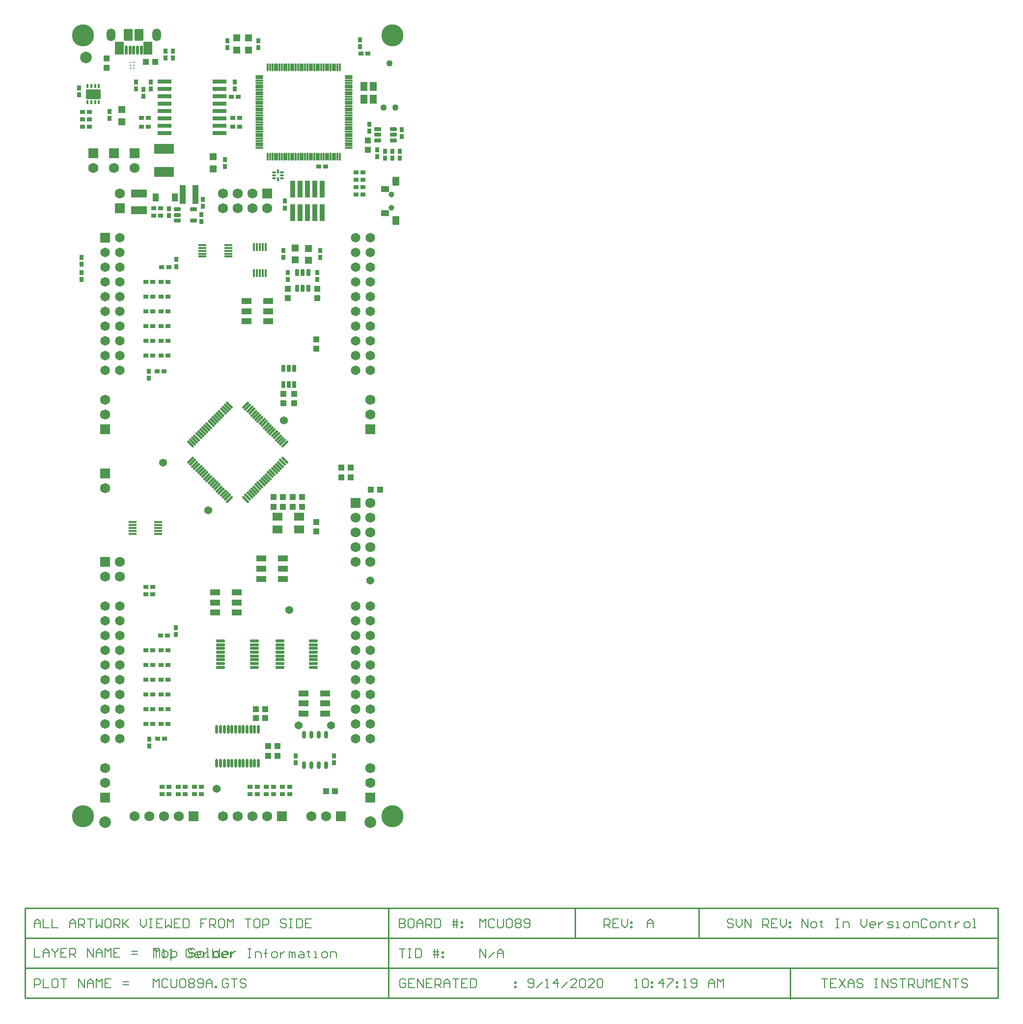
<source format=gts>
G04*
G04 #@! TF.GenerationSoftware,Altium Limited,Altium Designer,20.1.14 (287)*
G04*
G04 Layer_Color=8388736*
%FSAX25Y25*%
%MOIN*%
G70*
G04*
G04 #@! TF.SameCoordinates,8DC34975-1D0C-4FB0-AB39-1F5E8F216BA0*
G04*
G04*
G04 #@! TF.FilePolarity,Negative*
G04*
G01*
G75*
%ADD13C,0.01000*%
%ADD22C,0.00800*%
G04:AMPARAMS|DCode=49|XSize=59.06mil|YSize=17.72mil|CornerRadius=1.95mil|HoleSize=0mil|Usage=FLASHONLY|Rotation=180.000|XOffset=0mil|YOffset=0mil|HoleType=Round|Shape=RoundedRectangle|*
%AMROUNDEDRECTD49*
21,1,0.05906,0.01382,0,0,180.0*
21,1,0.05516,0.01772,0,0,180.0*
1,1,0.00390,-0.02758,0.00691*
1,1,0.00390,0.02758,0.00691*
1,1,0.00390,0.02758,-0.00691*
1,1,0.00390,-0.02758,-0.00691*
%
%ADD49ROUNDEDRECTD49*%
G04:AMPARAMS|DCode=61|XSize=7.87mil|YSize=13.78mil|CornerRadius=1.99mil|HoleSize=0mil|Usage=FLASHONLY|Rotation=270.000|XOffset=0mil|YOffset=0mil|HoleType=Round|Shape=RoundedRectangle|*
%AMROUNDEDRECTD61*
21,1,0.00787,0.00980,0,0,270.0*
21,1,0.00390,0.01378,0,0,270.0*
1,1,0.00398,-0.00490,-0.00195*
1,1,0.00398,-0.00490,0.00195*
1,1,0.00398,0.00490,0.00195*
1,1,0.00398,0.00490,-0.00195*
%
%ADD61ROUNDEDRECTD61*%
G04:AMPARAMS|DCode=62|XSize=7.87mil|YSize=11.81mil|CornerRadius=1.99mil|HoleSize=0mil|Usage=FLASHONLY|Rotation=270.000|XOffset=0mil|YOffset=0mil|HoleType=Round|Shape=RoundedRectangle|*
%AMROUNDEDRECTD62*
21,1,0.00787,0.00784,0,0,270.0*
21,1,0.00390,0.01181,0,0,270.0*
1,1,0.00398,-0.00392,-0.00195*
1,1,0.00398,-0.00392,0.00195*
1,1,0.00398,0.00392,0.00195*
1,1,0.00398,0.00392,-0.00195*
%
%ADD62ROUNDEDRECTD62*%
%ADD73R,0.13786X0.06699*%
%ADD74R,0.05124X0.04731*%
%ADD75R,0.04337X0.12998*%
%ADD76R,0.06699X0.04337*%
%ADD77R,0.06699X0.04337*%
G04:AMPARAMS|DCode=78|XSize=61.09mil|YSize=43.37mil|CornerRadius=3.97mil|HoleSize=0mil|Usage=FLASHONLY|Rotation=270.000|XOffset=0mil|YOffset=0mil|HoleType=Round|Shape=RoundedRectangle|*
%AMROUNDEDRECTD78*
21,1,0.06109,0.03543,0,0,270.0*
21,1,0.05315,0.04337,0,0,270.0*
1,1,0.00794,-0.01772,-0.02657*
1,1,0.00794,-0.01772,0.02657*
1,1,0.00794,0.01772,0.02657*
1,1,0.00794,0.01772,-0.02657*
%
%ADD78ROUNDEDRECTD78*%
G04:AMPARAMS|DCode=79|XSize=39.43mil|YSize=55.18mil|CornerRadius=3.95mil|HoleSize=0mil|Usage=FLASHONLY|Rotation=270.000|XOffset=0mil|YOffset=0mil|HoleType=Round|Shape=RoundedRectangle|*
%AMROUNDEDRECTD79*
21,1,0.03943,0.04728,0,0,270.0*
21,1,0.03154,0.05518,0,0,270.0*
1,1,0.00790,-0.02364,-0.01577*
1,1,0.00790,-0.02364,0.01577*
1,1,0.00790,0.02364,0.01577*
1,1,0.00790,0.02364,-0.01577*
%
%ADD79ROUNDEDRECTD79*%
G04:AMPARAMS|DCode=80|XSize=29.59mil|YSize=92.58mil|CornerRadius=3.92mil|HoleSize=0mil|Usage=FLASHONLY|Rotation=270.000|XOffset=0mil|YOffset=0mil|HoleType=Round|Shape=RoundedRectangle|*
%AMROUNDEDRECTD80*
21,1,0.02959,0.08474,0,0,270.0*
21,1,0.02175,0.09258,0,0,270.0*
1,1,0.00784,-0.04237,-0.01088*
1,1,0.00784,-0.04237,0.01088*
1,1,0.00784,0.04237,0.01088*
1,1,0.00784,0.04237,-0.01088*
%
%ADD80ROUNDEDRECTD80*%
%ADD81R,0.04002X0.05203*%
%ADD82R,0.03313X0.11384*%
G04:AMPARAMS|DCode=83|XSize=13.84mil|YSize=25.65mil|CornerRadius=3.97mil|HoleSize=0mil|Usage=FLASHONLY|Rotation=270.000|XOffset=0mil|YOffset=0mil|HoleType=Round|Shape=RoundedRectangle|*
%AMROUNDEDRECTD83*
21,1,0.01384,0.01772,0,0,270.0*
21,1,0.00591,0.02565,0,0,270.0*
1,1,0.00794,-0.00886,-0.00295*
1,1,0.00794,-0.00886,0.00295*
1,1,0.00794,0.00886,0.00295*
1,1,0.00794,0.00886,-0.00295*
%
%ADD83ROUNDEDRECTD83*%
G04:AMPARAMS|DCode=84|XSize=11.87mil|YSize=25.65mil|CornerRadius=3.97mil|HoleSize=0mil|Usage=FLASHONLY|Rotation=270.000|XOffset=0mil|YOffset=0mil|HoleType=Round|Shape=RoundedRectangle|*
%AMROUNDEDRECTD84*
21,1,0.01187,0.01772,0,0,270.0*
21,1,0.00394,0.02565,0,0,270.0*
1,1,0.00794,-0.00886,-0.00197*
1,1,0.00794,-0.00886,0.00197*
1,1,0.00794,0.00886,0.00197*
1,1,0.00794,0.00886,-0.00197*
%
%ADD84ROUNDEDRECTD84*%
G04:AMPARAMS|DCode=85|XSize=15.81mil|YSize=27.62mil|CornerRadius=3.95mil|HoleSize=0mil|Usage=FLASHONLY|Rotation=180.000|XOffset=0mil|YOffset=0mil|HoleType=Round|Shape=RoundedRectangle|*
%AMROUNDEDRECTD85*
21,1,0.01581,0.01972,0,0,180.0*
21,1,0.00791,0.02762,0,0,180.0*
1,1,0.00790,-0.00396,0.00986*
1,1,0.00790,0.00396,0.00986*
1,1,0.00790,0.00396,-0.00986*
1,1,0.00790,-0.00396,-0.00986*
%
%ADD85ROUNDEDRECTD85*%
%ADD86O,0.02172X0.05912*%
G04:AMPARAMS|DCode=87|XSize=15.81mil|YSize=61.09mil|CornerRadius=0mil|HoleSize=0mil|Usage=FLASHONLY|Rotation=45.000|XOffset=0mil|YOffset=0mil|HoleType=Round|Shape=Round|*
%AMOVALD87*
21,1,0.04528,0.01581,0.00000,0.00000,135.0*
1,1,0.01581,0.01601,-0.01601*
1,1,0.01581,-0.01601,0.01601*
%
%ADD87OVALD87*%

G04:AMPARAMS|DCode=88|XSize=15.81mil|YSize=61.09mil|CornerRadius=0mil|HoleSize=0mil|Usage=FLASHONLY|Rotation=315.000|XOffset=0mil|YOffset=0mil|HoleType=Round|Shape=Round|*
%AMOVALD88*
21,1,0.04528,0.01581,0.00000,0.00000,45.0*
1,1,0.01581,-0.01601,-0.01601*
1,1,0.01581,0.01601,0.01601*
%
%ADD88OVALD88*%

%ADD89O,0.05912X0.01187*%
%ADD90O,0.01187X0.05912*%
%ADD91R,0.05124X0.05912*%
G04:AMPARAMS|DCode=92|XSize=21.72mil|YSize=58.33mil|CornerRadius=3.95mil|HoleSize=0mil|Usage=FLASHONLY|Rotation=0.000|XOffset=0mil|YOffset=0mil|HoleType=Round|Shape=RoundedRectangle|*
%AMROUNDEDRECTD92*
21,1,0.02172,0.05043,0,0,0.0*
21,1,0.01382,0.05833,0,0,0.0*
1,1,0.00790,0.00691,-0.02522*
1,1,0.00790,-0.00691,-0.02522*
1,1,0.00790,-0.00691,0.02522*
1,1,0.00790,0.00691,0.02522*
%
%ADD92ROUNDEDRECTD92*%
G04:AMPARAMS|DCode=93|XSize=58.13mil|YSize=78.8mil|CornerRadius=3.9mil|HoleSize=0mil|Usage=FLASHONLY|Rotation=0.000|XOffset=0mil|YOffset=0mil|HoleType=Round|Shape=RoundedRectangle|*
%AMROUNDEDRECTD93*
21,1,0.05813,0.07101,0,0,0.0*
21,1,0.05034,0.07880,0,0,0.0*
1,1,0.00779,0.02517,-0.03551*
1,1,0.00779,-0.02517,-0.03551*
1,1,0.00779,-0.02517,0.03551*
1,1,0.00779,0.02517,0.03551*
%
%ADD93ROUNDEDRECTD93*%
G04:AMPARAMS|DCode=94|XSize=62.07mil|YSize=86.68mil|CornerRadius=4.03mil|HoleSize=0mil|Usage=FLASHONLY|Rotation=0.000|XOffset=0mil|YOffset=0mil|HoleType=Round|Shape=RoundedRectangle|*
%AMROUNDEDRECTD94*
21,1,0.06207,0.07861,0,0,0.0*
21,1,0.05401,0.08668,0,0,0.0*
1,1,0.00807,0.02700,-0.03931*
1,1,0.00807,-0.02700,-0.03931*
1,1,0.00807,-0.02700,0.03931*
1,1,0.00807,0.02700,0.03931*
%
%ADD94ROUNDEDRECTD94*%
%ADD95R,0.05124X0.05124*%
%ADD96C,0.07874*%
%ADD97R,0.06699X0.05321*%
G04:AMPARAMS|DCode=98|XSize=68.96mil|YSize=98.49mil|CornerRadius=3.95mil|HoleSize=0mil|Usage=FLASHONLY|Rotation=270.000|XOffset=0mil|YOffset=0mil|HoleType=Round|Shape=RoundedRectangle|*
%AMROUNDEDRECTD98*
21,1,0.06896,0.09059,0,0,270.0*
21,1,0.06106,0.09849,0,0,270.0*
1,1,0.00790,-0.04530,-0.03053*
1,1,0.00790,-0.04530,0.03053*
1,1,0.00790,0.04530,0.03053*
1,1,0.00790,0.04530,-0.03053*
%
%ADD98ROUNDEDRECTD98*%
%ADD99O,0.01581X0.05715*%
G04:AMPARAMS|DCode=100|XSize=27.62mil|YSize=43.37mil|CornerRadius=4.01mil|HoleSize=0mil|Usage=FLASHONLY|Rotation=270.000|XOffset=0mil|YOffset=0mil|HoleType=Round|Shape=RoundedRectangle|*
%AMROUNDEDRECTD100*
21,1,0.02762,0.03535,0,0,270.0*
21,1,0.01961,0.04337,0,0,270.0*
1,1,0.00802,-0.01768,-0.00980*
1,1,0.00802,-0.01768,0.00980*
1,1,0.00802,0.01768,0.00980*
1,1,0.00802,0.01768,-0.00980*
%
%ADD100ROUNDEDRECTD100*%
G04:AMPARAMS|DCode=101|XSize=27.62mil|YSize=43.37mil|CornerRadius=4.01mil|HoleSize=0mil|Usage=FLASHONLY|Rotation=180.000|XOffset=0mil|YOffset=0mil|HoleType=Round|Shape=RoundedRectangle|*
%AMROUNDEDRECTD101*
21,1,0.02762,0.03535,0,0,180.0*
21,1,0.01961,0.04337,0,0,180.0*
1,1,0.00802,-0.00980,0.01768*
1,1,0.00802,0.00980,0.01768*
1,1,0.00802,0.00980,-0.01768*
1,1,0.00802,-0.00980,-0.01768*
%
%ADD101ROUNDEDRECTD101*%
%ADD102O,0.02565X0.05321*%
%ADD103R,0.11030X0.05518*%
%ADD104R,0.04140X0.04337*%
%ADD105R,0.02762X0.03550*%
%ADD106R,0.03550X0.02762*%
%ADD107R,0.04337X0.04140*%
%ADD108O,0.05715X0.01581*%
%ADD109C,0.05400*%
%ADD110R,0.06896X0.06896*%
%ADD111C,0.06896*%
G04:AMPARAMS|DCode=112|XSize=68.96mil|YSize=68.96mil|CornerRadius=3.95mil|HoleSize=0mil|Usage=FLASHONLY|Rotation=180.000|XOffset=0mil|YOffset=0mil|HoleType=Round|Shape=RoundedRectangle|*
%AMROUNDEDRECTD112*
21,1,0.06896,0.06106,0,0,180.0*
21,1,0.06106,0.06896,0,0,180.0*
1,1,0.00790,-0.03053,0.03053*
1,1,0.00790,0.03053,0.03053*
1,1,0.00790,0.03053,-0.03053*
1,1,0.00790,-0.03053,-0.03053*
%
%ADD112ROUNDEDRECTD112*%
G04:AMPARAMS|DCode=113|XSize=68.96mil|YSize=68.96mil|CornerRadius=3.95mil|HoleSize=0mil|Usage=FLASHONLY|Rotation=270.000|XOffset=0mil|YOffset=0mil|HoleType=Round|Shape=RoundedRectangle|*
%AMROUNDEDRECTD113*
21,1,0.06896,0.06106,0,0,270.0*
21,1,0.06106,0.06896,0,0,270.0*
1,1,0.00790,-0.03053,-0.03053*
1,1,0.00790,-0.03053,0.03053*
1,1,0.00790,0.03053,0.03053*
1,1,0.00790,0.03053,-0.03053*
%
%ADD113ROUNDEDRECTD113*%
%ADD114C,0.04300*%
%ADD115C,0.03943*%
%ADD116C,0.15000*%
G04:AMPARAMS|DCode=117|XSize=86.68mil|YSize=59.12mil|CornerRadius=29.56mil|HoleSize=0mil|Usage=FLASHONLY|Rotation=270.000|XOffset=0mil|YOffset=0mil|HoleType=Round|Shape=RoundedRectangle|*
%AMROUNDEDRECTD117*
21,1,0.08668,0.00000,0,0,270.0*
21,1,0.02756,0.05912,0,0,270.0*
1,1,0.05912,0.00000,-0.01378*
1,1,0.05912,0.00000,0.01378*
1,1,0.05912,0.00000,0.01378*
1,1,0.05912,0.00000,-0.01378*
%
%ADD117ROUNDEDRECTD117*%
%ADD118C,0.06502*%
G04:AMPARAMS|DCode=119|XSize=65.02mil|YSize=65.02mil|CornerRadius=3.83mil|HoleSize=0mil|Usage=FLASHONLY|Rotation=270.000|XOffset=0mil|YOffset=0mil|HoleType=Round|Shape=RoundedRectangle|*
%AMROUNDEDRECTD119*
21,1,0.06502,0.05736,0,0,270.0*
21,1,0.05736,0.06502,0,0,270.0*
1,1,0.00766,-0.02868,-0.02868*
1,1,0.00766,-0.02868,0.02868*
1,1,0.00766,0.02868,0.02868*
1,1,0.00766,0.02868,-0.02868*
%
%ADD119ROUNDEDRECTD119*%
%ADD120R,0.06896X0.06896*%
G54D13*
X0559400Y0039400D02*
Y0059683D01*
X0440500Y0040050D02*
X0700200D01*
Y0101050D01*
X0286500Y0040050D02*
Y0101050D01*
X0040000Y0040050D02*
Y0101050D01*
X0040050Y0040050D02*
X0197600D01*
X0040050D02*
Y0101050D01*
X0700200D01*
X0040000Y0040050D02*
X0440500D01*
X0040000Y0060383D02*
X0700000D01*
X0040000Y0080717D02*
X0700200D01*
X0413200D02*
Y0101050D01*
X0497200Y0080717D02*
Y0101050D01*
G54D22*
X0126900Y0073549D02*
X0130899D01*
X0128899D01*
Y0067551D01*
X0133898D02*
X0135897D01*
X0136897Y0068550D01*
Y0070550D01*
X0135897Y0071549D01*
X0133898D01*
X0132898Y0070550D01*
Y0068550D01*
X0133898Y0067551D01*
X0138896Y0065551D02*
Y0071549D01*
X0141895D01*
X0142895Y0070550D01*
Y0068550D01*
X0141895Y0067551D01*
X0138896D01*
X0154891Y0072549D02*
X0153891Y0073549D01*
X0151892D01*
X0150892Y0072549D01*
Y0071549D01*
X0151892Y0070550D01*
X0153891D01*
X0154891Y0069550D01*
Y0068550D01*
X0153891Y0067551D01*
X0151892D01*
X0150892Y0068550D01*
X0157890Y0067551D02*
X0159889D01*
X0160889Y0068550D01*
Y0070550D01*
X0159889Y0071549D01*
X0157890D01*
X0156890Y0070550D01*
Y0068550D01*
X0157890Y0067551D01*
X0162888D02*
X0164888D01*
X0163888D01*
Y0073549D01*
X0162888D01*
X0171885D02*
Y0067551D01*
X0168886D01*
X0167887Y0068550D01*
Y0070550D01*
X0168886Y0071549D01*
X0171885D01*
X0176884Y0067551D02*
X0174884D01*
X0173885Y0068550D01*
Y0070550D01*
X0174884Y0071549D01*
X0176884D01*
X0177884Y0070550D01*
Y0069550D01*
X0173885D01*
X0179883Y0071549D02*
Y0067551D01*
Y0069550D01*
X0180883Y0070550D01*
X0181882Y0071549D01*
X0182882D01*
X0126900Y0073549D02*
X0130899D01*
X0128899D01*
Y0067551D01*
X0133898D02*
X0135897D01*
X0136897Y0068550D01*
Y0070550D01*
X0135897Y0071549D01*
X0133898D01*
X0132898Y0070550D01*
Y0068550D01*
X0133898Y0067551D01*
X0138896Y0065551D02*
Y0071549D01*
X0141895D01*
X0142895Y0070550D01*
Y0068550D01*
X0141895Y0067551D01*
X0138896D01*
X0154891Y0072549D02*
X0153891Y0073549D01*
X0151892D01*
X0150892Y0072549D01*
Y0071549D01*
X0151892Y0070550D01*
X0153891D01*
X0154891Y0069550D01*
Y0068550D01*
X0153891Y0067551D01*
X0151892D01*
X0150892Y0068550D01*
X0157890Y0067551D02*
X0159889D01*
X0160889Y0068550D01*
Y0070550D01*
X0159889Y0071549D01*
X0157890D01*
X0156890Y0070550D01*
Y0068550D01*
X0157890Y0067551D01*
X0162888D02*
X0164888D01*
X0163888D01*
Y0073549D01*
X0162888D01*
X0171885D02*
Y0067551D01*
X0168886D01*
X0167887Y0068550D01*
Y0070550D01*
X0168886Y0071549D01*
X0171885D01*
X0176884Y0067551D02*
X0174884D01*
X0173885Y0068550D01*
Y0070550D01*
X0174884Y0071549D01*
X0176884D01*
X0177884Y0070550D01*
Y0069550D01*
X0173885D01*
X0179883Y0071549D02*
Y0067551D01*
Y0069550D01*
X0180883Y0070550D01*
X0181882Y0071549D01*
X0182882D01*
X0127200Y0067400D02*
Y0073398D01*
X0129199Y0071399D01*
X0131199Y0073398D01*
Y0067400D01*
X0133198D02*
X0135197D01*
X0134198D01*
Y0073398D01*
X0133198Y0072398D01*
X0138196Y0067400D02*
X0140196D01*
X0139196D01*
Y0073398D01*
X0138196Y0072398D01*
X0153192D02*
X0152192Y0073398D01*
X0150193D01*
X0149193Y0072398D01*
Y0068400D01*
X0150193Y0067400D01*
X0152192D01*
X0153192Y0068400D01*
Y0070399D01*
X0151192D01*
X0158190Y0067400D02*
X0156191D01*
X0155191Y0068400D01*
Y0070399D01*
X0156191Y0071399D01*
X0158190D01*
X0159190Y0070399D01*
Y0069399D01*
X0155191D01*
X0161189Y0071399D02*
Y0067400D01*
Y0069399D01*
X0162189Y0070399D01*
X0163188Y0071399D01*
X0164188D01*
X0167187Y0073398D02*
Y0067400D01*
X0170186D01*
X0171186Y0068400D01*
Y0069399D01*
Y0070399D01*
X0170186Y0071399D01*
X0167187D01*
X0176184Y0067400D02*
X0174185D01*
X0173185Y0068400D01*
Y0070399D01*
X0174185Y0071399D01*
X0176184D01*
X0177184Y0070399D01*
Y0069399D01*
X0173185D01*
X0179183Y0071399D02*
Y0067400D01*
Y0069399D01*
X0180183Y0070399D01*
X0181183Y0071399D01*
X0182182D01*
X0191179Y0073398D02*
X0193179D01*
X0192179D01*
Y0067400D01*
X0191179D01*
X0193179D01*
X0196178D02*
Y0071399D01*
X0199177D01*
X0200176Y0070399D01*
Y0067400D01*
X0203175D02*
Y0072398D01*
Y0070399D01*
X0202176D01*
X0204175D01*
X0203175D01*
Y0072398D01*
X0204175Y0073398D01*
X0208174Y0067400D02*
X0210173D01*
X0211173Y0068400D01*
Y0070399D01*
X0210173Y0071399D01*
X0208174D01*
X0207174Y0070399D01*
Y0068400D01*
X0208174Y0067400D01*
X0213172Y0071399D02*
Y0067400D01*
Y0069399D01*
X0214172Y0070399D01*
X0215172Y0071399D01*
X0216171D01*
X0219170Y0067400D02*
Y0071399D01*
X0220170D01*
X0221170Y0070399D01*
Y0067400D01*
Y0070399D01*
X0222169Y0071399D01*
X0223169Y0070399D01*
Y0067400D01*
X0226168Y0071399D02*
X0228167D01*
X0229167Y0070399D01*
Y0067400D01*
X0226168D01*
X0225168Y0068400D01*
X0226168Y0069399D01*
X0229167D01*
X0232166Y0072398D02*
Y0071399D01*
X0231166D01*
X0233166D01*
X0232166D01*
Y0068400D01*
X0233166Y0067400D01*
X0236165D02*
X0238164D01*
X0237164D01*
Y0071399D01*
X0236165D01*
X0242163Y0067400D02*
X0244162D01*
X0245162Y0068400D01*
Y0070399D01*
X0244162Y0071399D01*
X0242163D01*
X0241163Y0070399D01*
Y0068400D01*
X0242163Y0067400D01*
X0247161D02*
Y0071399D01*
X0250160D01*
X0251160Y0070399D01*
Y0067400D01*
X0348550Y0067500D02*
Y0073498D01*
X0352549Y0067500D01*
Y0073498D01*
X0354548Y0067500D02*
X0358547Y0071499D01*
X0360546Y0067500D02*
Y0071499D01*
X0362545Y0073498D01*
X0364545Y0071499D01*
Y0067500D01*
Y0070499D01*
X0360546D01*
X0294000Y0073498D02*
X0297999D01*
X0295999D01*
Y0067500D01*
X0299998Y0073498D02*
X0301997D01*
X0300998D01*
Y0067500D01*
X0299998D01*
X0301997D01*
X0304996Y0073498D02*
Y0067500D01*
X0307996D01*
X0308995Y0068500D01*
Y0072498D01*
X0307996Y0073498D01*
X0304996D01*
X0317992Y0067500D02*
Y0073498D01*
X0319992D02*
Y0067500D01*
X0316993Y0071499D02*
X0319992D01*
X0320991D01*
X0316993Y0069499D02*
X0320991D01*
X0322991Y0071499D02*
X0323990D01*
Y0070499D01*
X0322991D01*
Y0071499D01*
Y0068500D02*
X0323990D01*
Y0067500D01*
X0322991D01*
Y0068500D01*
X0580500Y0052965D02*
X0584499D01*
X0582499D01*
Y0046966D01*
X0590497Y0052965D02*
X0586498D01*
Y0046966D01*
X0590497D01*
X0586498Y0049966D02*
X0588497D01*
X0592496Y0052965D02*
X0596495Y0046966D01*
Y0052965D02*
X0592496Y0046966D01*
X0598494D02*
Y0050965D01*
X0600493Y0052965D01*
X0602493Y0050965D01*
Y0046966D01*
Y0049966D01*
X0598494D01*
X0608491Y0051965D02*
X0607491Y0052965D01*
X0605492D01*
X0604492Y0051965D01*
Y0050965D01*
X0605492Y0049966D01*
X0607491D01*
X0608491Y0048966D01*
Y0047966D01*
X0607491Y0046966D01*
X0605492D01*
X0604492Y0047966D01*
X0616488Y0052965D02*
X0618488D01*
X0617488D01*
Y0046966D01*
X0616488D01*
X0618488D01*
X0621487D02*
Y0052965D01*
X0625486Y0046966D01*
Y0052965D01*
X0631484Y0051965D02*
X0630484Y0052965D01*
X0628484D01*
X0627485Y0051965D01*
Y0050965D01*
X0628484Y0049966D01*
X0630484D01*
X0631484Y0048966D01*
Y0047966D01*
X0630484Y0046966D01*
X0628484D01*
X0627485Y0047966D01*
X0633483Y0052965D02*
X0637482D01*
X0635482D01*
Y0046966D01*
X0639481D02*
Y0052965D01*
X0642480D01*
X0643480Y0051965D01*
Y0049966D01*
X0642480Y0048966D01*
X0639481D01*
X0641480D02*
X0643480Y0046966D01*
X0645479Y0052965D02*
Y0047966D01*
X0646479Y0046966D01*
X0648478D01*
X0649478Y0047966D01*
Y0052965D01*
X0651477Y0046966D02*
Y0052965D01*
X0653476Y0050965D01*
X0655476Y0052965D01*
Y0046966D01*
X0661474Y0052965D02*
X0657475D01*
Y0046966D01*
X0661474D01*
X0657475Y0049966D02*
X0659474D01*
X0663473Y0046966D02*
Y0052965D01*
X0667472Y0046966D01*
Y0052965D01*
X0669471D02*
X0673470D01*
X0671471D01*
Y0046966D01*
X0679468Y0051965D02*
X0678468Y0052965D01*
X0676469D01*
X0675469Y0051965D01*
Y0050965D01*
X0676469Y0049966D01*
X0678468D01*
X0679468Y0048966D01*
Y0047966D01*
X0678468Y0046966D01*
X0676469D01*
X0675469Y0047966D01*
X0454050Y0046966D02*
X0456049D01*
X0455050D01*
Y0052965D01*
X0454050Y0051965D01*
X0459048D02*
X0460048Y0052965D01*
X0462047D01*
X0463047Y0051965D01*
Y0047966D01*
X0462047Y0046966D01*
X0460048D01*
X0459048Y0047966D01*
Y0051965D01*
X0465046Y0050965D02*
X0466046D01*
Y0049966D01*
X0465046D01*
Y0050965D01*
Y0047966D02*
X0466046D01*
Y0046966D01*
X0465046D01*
Y0047966D01*
X0473044Y0046966D02*
Y0052965D01*
X0470045Y0049966D01*
X0474044D01*
X0476043Y0052965D02*
X0480042D01*
Y0051965D01*
X0476043Y0047966D01*
Y0046966D01*
X0482041Y0050965D02*
X0483041D01*
Y0049966D01*
X0482041D01*
Y0050965D01*
Y0047966D02*
X0483041D01*
Y0046966D01*
X0482041D01*
Y0047966D01*
X0487039Y0046966D02*
X0489039D01*
X0488039D01*
Y0052965D01*
X0487039Y0051965D01*
X0492038Y0047966D02*
X0493037Y0046966D01*
X0495037D01*
X0496036Y0047966D01*
Y0051965D01*
X0495037Y0052965D01*
X0493037D01*
X0492038Y0051965D01*
Y0050965D01*
X0493037Y0049966D01*
X0496036D01*
X0504034Y0046966D02*
Y0050965D01*
X0506033Y0052965D01*
X0508033Y0050965D01*
Y0046966D01*
Y0049966D01*
X0504034D01*
X0510032Y0046966D02*
Y0052965D01*
X0512031Y0050965D01*
X0514031Y0052965D01*
Y0046966D01*
X0046350D02*
Y0052965D01*
X0049349D01*
X0050349Y0051965D01*
Y0049966D01*
X0049349Y0048966D01*
X0046350D01*
X0052348Y0052965D02*
Y0046966D01*
X0056347D01*
X0061345Y0052965D02*
X0059346D01*
X0058346Y0051965D01*
Y0047966D01*
X0059346Y0046966D01*
X0061345D01*
X0062345Y0047966D01*
Y0051965D01*
X0061345Y0052965D01*
X0064344D02*
X0068343D01*
X0066343D01*
Y0046966D01*
X0076340D02*
Y0052965D01*
X0080339Y0046966D01*
Y0052965D01*
X0082338Y0046966D02*
Y0050965D01*
X0084338Y0052965D01*
X0086337Y0050965D01*
Y0046966D01*
Y0049966D01*
X0082338D01*
X0088336Y0046966D02*
Y0052965D01*
X0090336Y0050965D01*
X0092335Y0052965D01*
Y0046966D01*
X0098333Y0052965D02*
X0094335D01*
Y0046966D01*
X0098333D01*
X0094335Y0049966D02*
X0096334D01*
X0106331Y0048966D02*
X0110329D01*
X0106331Y0050965D02*
X0110329D01*
X0046350Y0073549D02*
Y0067551D01*
X0050349D01*
X0052348D02*
Y0071549D01*
X0054347Y0073549D01*
X0056347Y0071549D01*
Y0067551D01*
Y0070550D01*
X0052348D01*
X0058346Y0073549D02*
Y0072549D01*
X0060346Y0070550D01*
X0062345Y0072549D01*
Y0073549D01*
X0060346Y0070550D02*
Y0067551D01*
X0068343Y0073549D02*
X0064344D01*
Y0067551D01*
X0068343D01*
X0064344Y0070550D02*
X0066343D01*
X0070342Y0067551D02*
Y0073549D01*
X0073341D01*
X0074341Y0072549D01*
Y0070550D01*
X0073341Y0069550D01*
X0070342D01*
X0072342D02*
X0074341Y0067551D01*
X0082338D02*
Y0073549D01*
X0086337Y0067551D01*
Y0073549D01*
X0088336Y0067551D02*
Y0071549D01*
X0090336Y0073549D01*
X0092335Y0071549D01*
Y0067551D01*
Y0070550D01*
X0088336D01*
X0094335Y0067551D02*
Y0073549D01*
X0096334Y0071549D01*
X0098333Y0073549D01*
Y0067551D01*
X0104331Y0073549D02*
X0100332D01*
Y0067551D01*
X0104331D01*
X0100332Y0070550D02*
X0102332D01*
X0112329Y0069550D02*
X0116327D01*
X0112329Y0071549D02*
X0116327D01*
X0294000Y0093831D02*
Y0087833D01*
X0296999D01*
X0297999Y0088833D01*
Y0089833D01*
X0296999Y0090832D01*
X0294000D01*
X0296999D01*
X0297999Y0091832D01*
Y0092832D01*
X0296999Y0093831D01*
X0294000D01*
X0302997D02*
X0300998D01*
X0299998Y0092832D01*
Y0088833D01*
X0300998Y0087833D01*
X0302997D01*
X0303997Y0088833D01*
Y0092832D01*
X0302997Y0093831D01*
X0305996Y0087833D02*
Y0091832D01*
X0307996Y0093831D01*
X0309995Y0091832D01*
Y0087833D01*
Y0090832D01*
X0305996D01*
X0311994Y0087833D02*
Y0093831D01*
X0314993D01*
X0315993Y0092832D01*
Y0090832D01*
X0314993Y0089833D01*
X0311994D01*
X0313994D02*
X0315993Y0087833D01*
X0317992Y0093831D02*
Y0087833D01*
X0320991D01*
X0321991Y0088833D01*
Y0092832D01*
X0320991Y0093831D01*
X0317992D01*
X0330988Y0087833D02*
Y0093831D01*
X0332987D02*
Y0087833D01*
X0329988Y0091832D02*
X0332987D01*
X0333987D01*
X0329988Y0089833D02*
X0333987D01*
X0335986Y0091832D02*
X0336986D01*
Y0090832D01*
X0335986D01*
Y0091832D01*
Y0088833D02*
X0336986D01*
Y0087833D01*
X0335986D01*
Y0088833D01*
X0348550Y0087833D02*
Y0093831D01*
X0350549Y0091832D01*
X0352549Y0093831D01*
Y0087833D01*
X0358547Y0092832D02*
X0357547Y0093831D01*
X0355548D01*
X0354548Y0092832D01*
Y0088833D01*
X0355548Y0087833D01*
X0357547D01*
X0358547Y0088833D01*
X0360546Y0093831D02*
Y0088833D01*
X0361546Y0087833D01*
X0363545D01*
X0364545Y0088833D01*
Y0093831D01*
X0366544Y0092832D02*
X0367544Y0093831D01*
X0369543D01*
X0370543Y0092832D01*
Y0088833D01*
X0369543Y0087833D01*
X0367544D01*
X0366544Y0088833D01*
Y0092832D01*
X0372542D02*
X0373542Y0093831D01*
X0375541D01*
X0376541Y0092832D01*
Y0091832D01*
X0375541Y0090832D01*
X0376541Y0089833D01*
Y0088833D01*
X0375541Y0087833D01*
X0373542D01*
X0372542Y0088833D01*
Y0089833D01*
X0373542Y0090832D01*
X0372542Y0091832D01*
Y0092832D01*
X0373542Y0090832D02*
X0375541D01*
X0378540Y0088833D02*
X0379540Y0087833D01*
X0381539D01*
X0382539Y0088833D01*
Y0092832D01*
X0381539Y0093831D01*
X0379540D01*
X0378540Y0092832D01*
Y0091832D01*
X0379540Y0090832D01*
X0382539D01*
X0462150Y0087833D02*
Y0091832D01*
X0464149Y0093831D01*
X0466149Y0091832D01*
Y0087833D01*
Y0090832D01*
X0462150D01*
X0046350Y0087833D02*
Y0091832D01*
X0048349Y0093831D01*
X0050349Y0091832D01*
Y0087833D01*
Y0090832D01*
X0046350D01*
X0052348Y0093831D02*
Y0087833D01*
X0056347D01*
X0058346Y0093831D02*
Y0087833D01*
X0062345D01*
X0070342D02*
Y0091832D01*
X0072342Y0093831D01*
X0074341Y0091832D01*
Y0087833D01*
Y0090832D01*
X0070342D01*
X0076340Y0087833D02*
Y0093831D01*
X0079339D01*
X0080339Y0092832D01*
Y0090832D01*
X0079339Y0089833D01*
X0076340D01*
X0078340D02*
X0080339Y0087833D01*
X0082338Y0093831D02*
X0086337D01*
X0084338D01*
Y0087833D01*
X0088336Y0093831D02*
Y0087833D01*
X0090336Y0089833D01*
X0092335Y0087833D01*
Y0093831D01*
X0097334D02*
X0095334D01*
X0094335Y0092832D01*
Y0088833D01*
X0095334Y0087833D01*
X0097334D01*
X0098333Y0088833D01*
Y0092832D01*
X0097334Y0093831D01*
X0100332Y0087833D02*
Y0093831D01*
X0103332D01*
X0104331Y0092832D01*
Y0090832D01*
X0103332Y0089833D01*
X0100332D01*
X0102332D02*
X0104331Y0087833D01*
X0106331Y0093831D02*
Y0087833D01*
Y0089833D01*
X0110329Y0093831D01*
X0107330Y0090832D01*
X0110329Y0087833D01*
X0118327Y0093831D02*
Y0089833D01*
X0120326Y0087833D01*
X0122325Y0089833D01*
Y0093831D01*
X0124325D02*
X0126324D01*
X0125324D01*
Y0087833D01*
X0124325D01*
X0126324D01*
X0133322Y0093831D02*
X0129323D01*
Y0087833D01*
X0133322D01*
X0129323Y0090832D02*
X0131323D01*
X0135321Y0093831D02*
Y0087833D01*
X0137321Y0089833D01*
X0139320Y0087833D01*
Y0093831D01*
X0145318D02*
X0141319D01*
Y0087833D01*
X0145318D01*
X0141319Y0090832D02*
X0143319D01*
X0147317Y0093831D02*
Y0087833D01*
X0150316D01*
X0151316Y0088833D01*
Y0092832D01*
X0150316Y0093831D01*
X0147317D01*
X0163312D02*
X0159313D01*
Y0090832D01*
X0161313D01*
X0159313D01*
Y0087833D01*
X0165312D02*
Y0093831D01*
X0168310D01*
X0169310Y0092832D01*
Y0090832D01*
X0168310Y0089833D01*
X0165312D01*
X0167311D02*
X0169310Y0087833D01*
X0174309Y0093831D02*
X0172309D01*
X0171310Y0092832D01*
Y0088833D01*
X0172309Y0087833D01*
X0174309D01*
X0175308Y0088833D01*
Y0092832D01*
X0174309Y0093831D01*
X0177308Y0087833D02*
Y0093831D01*
X0179307Y0091832D01*
X0181306Y0093831D01*
Y0087833D01*
X0189304Y0093831D02*
X0193303D01*
X0191303D01*
Y0087833D01*
X0198301Y0093831D02*
X0196301D01*
X0195302Y0092832D01*
Y0088833D01*
X0196301Y0087833D01*
X0198301D01*
X0199301Y0088833D01*
Y0092832D01*
X0198301Y0093831D01*
X0201300Y0087833D02*
Y0093831D01*
X0204299D01*
X0205299Y0092832D01*
Y0090832D01*
X0204299Y0089833D01*
X0201300D01*
X0217295Y0092832D02*
X0216295Y0093831D01*
X0214296D01*
X0213296Y0092832D01*
Y0091832D01*
X0214296Y0090832D01*
X0216295D01*
X0217295Y0089833D01*
Y0088833D01*
X0216295Y0087833D01*
X0214296D01*
X0213296Y0088833D01*
X0219294Y0093831D02*
X0221293D01*
X0220294D01*
Y0087833D01*
X0219294D01*
X0221293D01*
X0224292Y0093831D02*
Y0087833D01*
X0227291D01*
X0228291Y0088833D01*
Y0092832D01*
X0227291Y0093831D01*
X0224292D01*
X0234289D02*
X0230291D01*
Y0087833D01*
X0234289D01*
X0230291Y0090832D02*
X0232290D01*
X0298199Y0051965D02*
X0297199Y0052965D01*
X0295200D01*
X0294200Y0051965D01*
Y0047966D01*
X0295200Y0046966D01*
X0297199D01*
X0298199Y0047966D01*
Y0049966D01*
X0296199D01*
X0304197Y0052965D02*
X0300198D01*
Y0046966D01*
X0304197D01*
X0300198Y0049966D02*
X0302197D01*
X0306196Y0046966D02*
Y0052965D01*
X0310195Y0046966D01*
Y0052965D01*
X0316193D02*
X0312194D01*
Y0046966D01*
X0316193D01*
X0312194Y0049966D02*
X0314194D01*
X0318192Y0046966D02*
Y0052965D01*
X0321191D01*
X0322191Y0051965D01*
Y0049966D01*
X0321191Y0048966D01*
X0318192D01*
X0320192D02*
X0322191Y0046966D01*
X0324190D02*
Y0050965D01*
X0326190Y0052965D01*
X0328189Y0050965D01*
Y0046966D01*
Y0049966D01*
X0324190D01*
X0330188Y0052965D02*
X0334187D01*
X0332188D01*
Y0046966D01*
X0340185Y0052965D02*
X0336186D01*
Y0046966D01*
X0340185D01*
X0336186Y0049966D02*
X0338186D01*
X0342184Y0052965D02*
Y0046966D01*
X0345183D01*
X0346183Y0047966D01*
Y0051965D01*
X0345183Y0052965D01*
X0342184D01*
X0372175Y0050965D02*
X0373175D01*
Y0049966D01*
X0372175D01*
Y0050965D01*
Y0047966D02*
X0373175D01*
Y0046966D01*
X0372175D01*
Y0047966D01*
X0381150D02*
X0382150Y0046966D01*
X0384149D01*
X0385149Y0047966D01*
Y0051965D01*
X0384149Y0052965D01*
X0382150D01*
X0381150Y0051965D01*
Y0050965D01*
X0382150Y0049966D01*
X0385149D01*
X0387148Y0046966D02*
X0391147Y0050965D01*
X0393146Y0046966D02*
X0395146D01*
X0394146D01*
Y0052965D01*
X0393146Y0051965D01*
X0401144Y0046966D02*
Y0052965D01*
X0398145Y0049966D01*
X0402143D01*
X0404143Y0046966D02*
X0408141Y0050965D01*
X0414139Y0046966D02*
X0410141D01*
X0414139Y0050965D01*
Y0051965D01*
X0413140Y0052965D01*
X0411140D01*
X0410141Y0051965D01*
X0416139D02*
X0417138Y0052965D01*
X0419138D01*
X0420137Y0051965D01*
Y0047966D01*
X0419138Y0046966D01*
X0417138D01*
X0416139Y0047966D01*
Y0051965D01*
X0426135Y0046966D02*
X0422137D01*
X0426135Y0050965D01*
Y0051965D01*
X0425136Y0052965D01*
X0423136D01*
X0422137Y0051965D01*
X0428135D02*
X0429135Y0052965D01*
X0431134D01*
X0432133Y0051965D01*
Y0047966D01*
X0431134Y0046966D01*
X0429135D01*
X0428135Y0047966D01*
Y0051965D01*
X0126900Y0046966D02*
Y0052965D01*
X0128899Y0050965D01*
X0130899Y0052965D01*
Y0046966D01*
X0136897Y0051965D02*
X0135897Y0052965D01*
X0133898D01*
X0132898Y0051965D01*
Y0047966D01*
X0133898Y0046966D01*
X0135897D01*
X0136897Y0047966D01*
X0138896Y0052965D02*
Y0047966D01*
X0139896Y0046966D01*
X0141895D01*
X0142895Y0047966D01*
Y0052965D01*
X0144894Y0051965D02*
X0145894Y0052965D01*
X0147893D01*
X0148893Y0051965D01*
Y0047966D01*
X0147893Y0046966D01*
X0145894D01*
X0144894Y0047966D01*
Y0051965D01*
X0150892D02*
X0151892Y0052965D01*
X0153891D01*
X0154891Y0051965D01*
Y0050965D01*
X0153891Y0049966D01*
X0154891Y0048966D01*
Y0047966D01*
X0153891Y0046966D01*
X0151892D01*
X0150892Y0047966D01*
Y0048966D01*
X0151892Y0049966D01*
X0150892Y0050965D01*
Y0051965D01*
X0151892Y0049966D02*
X0153891D01*
X0156890Y0047966D02*
X0157890Y0046966D01*
X0159889D01*
X0160889Y0047966D01*
Y0051965D01*
X0159889Y0052965D01*
X0157890D01*
X0156890Y0051965D01*
Y0050965D01*
X0157890Y0049966D01*
X0160889D01*
X0162888Y0046966D02*
Y0050965D01*
X0164888Y0052965D01*
X0166887Y0050965D01*
Y0046966D01*
Y0049966D01*
X0162888D01*
X0168886Y0046966D02*
Y0047966D01*
X0169886D01*
Y0046966D01*
X0168886D01*
X0177884Y0051965D02*
X0176884Y0052965D01*
X0174884D01*
X0173885Y0051965D01*
Y0047966D01*
X0174884Y0046966D01*
X0176884D01*
X0177884Y0047966D01*
Y0049966D01*
X0175884D01*
X0179883Y0052965D02*
X0183882D01*
X0181882D01*
Y0046966D01*
X0189880Y0051965D02*
X0188880Y0052965D01*
X0186881D01*
X0185881Y0051965D01*
Y0050965D01*
X0186881Y0049966D01*
X0188880D01*
X0189880Y0048966D01*
Y0047966D01*
X0188880Y0046966D01*
X0186881D01*
X0185881Y0047966D01*
X0433000Y0087833D02*
Y0093831D01*
X0435999D01*
X0436999Y0092832D01*
Y0090832D01*
X0435999Y0089833D01*
X0433000D01*
X0434999D02*
X0436999Y0087833D01*
X0442997Y0093831D02*
X0438998D01*
Y0087833D01*
X0442997D01*
X0438998Y0090832D02*
X0440997D01*
X0444996Y0093831D02*
Y0089833D01*
X0446995Y0087833D01*
X0448995Y0089833D01*
Y0093831D01*
X0450994Y0091832D02*
X0451994D01*
Y0090832D01*
X0450994D01*
Y0091832D01*
Y0088833D02*
X0451994D01*
Y0087833D01*
X0450994D01*
Y0088833D01*
X0520799Y0092832D02*
X0519799Y0093831D01*
X0517800D01*
X0516800Y0092832D01*
Y0091832D01*
X0517800Y0090832D01*
X0519799D01*
X0520799Y0089833D01*
Y0088833D01*
X0519799Y0087833D01*
X0517800D01*
X0516800Y0088833D01*
X0522798Y0093831D02*
Y0089833D01*
X0524797Y0087833D01*
X0526797Y0089833D01*
Y0093831D01*
X0528796Y0087833D02*
Y0093831D01*
X0532795Y0087833D01*
Y0093831D01*
X0540792Y0087833D02*
Y0093831D01*
X0543791D01*
X0544791Y0092832D01*
Y0090832D01*
X0543791Y0089833D01*
X0540792D01*
X0542792D02*
X0544791Y0087833D01*
X0550789Y0093831D02*
X0546790D01*
Y0087833D01*
X0550789D01*
X0546790Y0090832D02*
X0548790D01*
X0552788Y0093831D02*
Y0089833D01*
X0554788Y0087833D01*
X0556787Y0089833D01*
Y0093831D01*
X0558786Y0091832D02*
X0559786D01*
Y0090832D01*
X0558786D01*
Y0091832D01*
Y0088833D02*
X0559786D01*
Y0087833D01*
X0558786D01*
Y0088833D01*
X0567400Y0087833D02*
Y0093831D01*
X0571399Y0087833D01*
Y0093831D01*
X0574398Y0087833D02*
X0576397D01*
X0577397Y0088833D01*
Y0090832D01*
X0576397Y0091832D01*
X0574398D01*
X0573398Y0090832D01*
Y0088833D01*
X0574398Y0087833D01*
X0580396Y0092832D02*
Y0091832D01*
X0579396D01*
X0581395D01*
X0580396D01*
Y0088833D01*
X0581395Y0087833D01*
X0590393Y0093831D02*
X0592392D01*
X0591392D01*
Y0087833D01*
X0590393D01*
X0592392D01*
X0595391D02*
Y0091832D01*
X0598390D01*
X0599390Y0090832D01*
Y0087833D01*
X0607387Y0093831D02*
Y0089833D01*
X0609386Y0087833D01*
X0611386Y0089833D01*
Y0093831D01*
X0616384Y0087833D02*
X0614385D01*
X0613385Y0088833D01*
Y0090832D01*
X0614385Y0091832D01*
X0616384D01*
X0617384Y0090832D01*
Y0089833D01*
X0613385D01*
X0619383Y0091832D02*
Y0087833D01*
Y0089833D01*
X0620383Y0090832D01*
X0621383Y0091832D01*
X0622382D01*
X0625381Y0087833D02*
X0628380D01*
X0629380Y0088833D01*
X0628380Y0089833D01*
X0626381D01*
X0625381Y0090832D01*
X0626381Y0091832D01*
X0629380D01*
X0631379Y0087833D02*
X0633379D01*
X0632379D01*
Y0091832D01*
X0631379D01*
X0637377Y0087833D02*
X0639377D01*
X0640376Y0088833D01*
Y0090832D01*
X0639377Y0091832D01*
X0637377D01*
X0636378Y0090832D01*
Y0088833D01*
X0637377Y0087833D01*
X0642376D02*
Y0091832D01*
X0645375D01*
X0646374Y0090832D01*
Y0087833D01*
X0652373Y0092832D02*
X0651373Y0093831D01*
X0649373D01*
X0648374Y0092832D01*
Y0088833D01*
X0649373Y0087833D01*
X0651373D01*
X0652373Y0088833D01*
X0655372Y0087833D02*
X0657371D01*
X0658371Y0088833D01*
Y0090832D01*
X0657371Y0091832D01*
X0655372D01*
X0654372Y0090832D01*
Y0088833D01*
X0655372Y0087833D01*
X0660370D02*
Y0091832D01*
X0663369D01*
X0664369Y0090832D01*
Y0087833D01*
X0667368Y0092832D02*
Y0091832D01*
X0666368D01*
X0668367D01*
X0667368D01*
Y0088833D01*
X0668367Y0087833D01*
X0671366Y0091832D02*
Y0087833D01*
Y0089833D01*
X0672366Y0090832D01*
X0673366Y0091832D01*
X0674365D01*
X0678364Y0087833D02*
X0680364D01*
X0681363Y0088833D01*
Y0090832D01*
X0680364Y0091832D01*
X0678364D01*
X0677364Y0090832D01*
Y0088833D01*
X0678364Y0087833D01*
X0683362D02*
X0685362D01*
X0684362D01*
Y0093831D01*
X0683362D01*
G54D49*
X0235655Y0264443D02*
D03*
Y0267002D02*
D03*
Y0269561D02*
D03*
Y0272120D02*
D03*
Y0274679D02*
D03*
Y0277239D02*
D03*
Y0279798D02*
D03*
Y0282357D02*
D03*
X0212821D02*
D03*
Y0279798D02*
D03*
Y0277239D02*
D03*
Y0274679D02*
D03*
Y0272120D02*
D03*
Y0269561D02*
D03*
Y0267002D02*
D03*
Y0264443D02*
D03*
X0195617D02*
D03*
Y0267002D02*
D03*
Y0269561D02*
D03*
Y0272120D02*
D03*
Y0274679D02*
D03*
Y0277239D02*
D03*
Y0279798D02*
D03*
Y0282357D02*
D03*
X0172783D02*
D03*
Y0279798D02*
D03*
Y0277239D02*
D03*
Y0274679D02*
D03*
Y0272120D02*
D03*
Y0269561D02*
D03*
Y0267002D02*
D03*
Y0264443D02*
D03*
G54D61*
X0113783Y0670931D02*
D03*
G54D62*
X0113881Y0672900D02*
D03*
Y0674868D02*
D03*
X0111519D02*
D03*
Y0672900D02*
D03*
Y0670931D02*
D03*
G54D73*
X0134200Y0616274D02*
D03*
Y0600526D02*
D03*
G54D74*
X0167700Y0610900D02*
D03*
Y0602632D02*
D03*
X0223341Y0540903D02*
D03*
Y0549171D02*
D03*
X0105700Y0643034D02*
D03*
Y0634766D02*
D03*
G54D75*
X0146816Y0585438D02*
D03*
X0155478D02*
D03*
G54D76*
X0214995Y0324510D02*
D03*
Y0331400D02*
D03*
Y0338290D02*
D03*
X0200428D02*
D03*
Y0331400D02*
D03*
Y0324510D02*
D03*
X0204865Y0513053D02*
D03*
Y0506163D02*
D03*
Y0499273D02*
D03*
X0190298D02*
D03*
Y0506163D02*
D03*
Y0513053D02*
D03*
X0183501Y0301560D02*
D03*
Y0308450D02*
D03*
Y0315340D02*
D03*
X0168934D02*
D03*
Y0308450D02*
D03*
Y0301560D02*
D03*
G54D77*
X0229090Y0233010D02*
D03*
Y0239900D02*
D03*
Y0246790D02*
D03*
X0243657D02*
D03*
Y0239900D02*
D03*
Y0233010D02*
D03*
G54D78*
X0291531Y0567613D02*
D03*
X0291531Y0594187D02*
D03*
G54D79*
X0284444Y0572632D02*
D03*
Y0589168D02*
D03*
G54D80*
X0134499Y0661900D02*
D03*
Y0656900D02*
D03*
Y0651900D02*
D03*
Y0646900D02*
D03*
Y0641900D02*
D03*
Y0636900D02*
D03*
Y0631900D02*
D03*
Y0626900D02*
D03*
X0171901Y0661900D02*
D03*
Y0656900D02*
D03*
Y0651900D02*
D03*
Y0646900D02*
D03*
Y0641900D02*
D03*
Y0636900D02*
D03*
Y0631900D02*
D03*
Y0626900D02*
D03*
G54D81*
X0141647Y0583400D02*
D03*
X0128753D02*
D03*
G54D82*
X0221700Y0572888D02*
D03*
X0226700D02*
D03*
X0231700D02*
D03*
X0236700D02*
D03*
X0221700Y0588912D02*
D03*
X0226700D02*
D03*
X0231700D02*
D03*
X0236700D02*
D03*
X0241700Y0572888D02*
D03*
Y0588912D02*
D03*
G54D83*
X0209043Y0596431D02*
D03*
Y0600368D02*
D03*
X0214357D02*
D03*
Y0596431D02*
D03*
G54D84*
X0209043Y0598400D02*
D03*
X0214357D02*
D03*
G54D85*
X0211700Y0600959D02*
D03*
Y0595841D02*
D03*
X0090039Y0658912D02*
D03*
X0087480D02*
D03*
X0084921D02*
D03*
X0082361D02*
D03*
Y0647888D02*
D03*
X0084921D02*
D03*
X0087480D02*
D03*
X0090039D02*
D03*
G54D86*
X0198275Y0222514D02*
D03*
X0195716D02*
D03*
X0193157D02*
D03*
X0190598D02*
D03*
X0188039D02*
D03*
X0185479D02*
D03*
X0182921D02*
D03*
X0180361D02*
D03*
X0177802D02*
D03*
X0175243D02*
D03*
X0172684D02*
D03*
X0170125D02*
D03*
X0198275Y0199286D02*
D03*
X0195716D02*
D03*
X0193157D02*
D03*
X0190598D02*
D03*
X0188039D02*
D03*
X0185479D02*
D03*
X0182921D02*
D03*
X0180361D02*
D03*
X0177802D02*
D03*
X0175243D02*
D03*
X0172684D02*
D03*
X0170125D02*
D03*
G54D87*
X0178700Y0442400D02*
D03*
X0177308Y0441008D02*
D03*
X0175916Y0439616D02*
D03*
X0174524Y0438224D02*
D03*
X0173132Y0436832D02*
D03*
X0171740Y0435440D02*
D03*
X0170348Y0434048D02*
D03*
X0168956Y0432656D02*
D03*
X0167564Y0431264D02*
D03*
X0166173Y0429873D02*
D03*
X0164781Y0428481D02*
D03*
X0163389Y0427089D02*
D03*
X0161997Y0425697D02*
D03*
X0160605Y0424305D02*
D03*
X0159213Y0422913D02*
D03*
X0157821Y0421521D02*
D03*
X0156429Y0420129D02*
D03*
X0155037Y0418737D02*
D03*
X0153645Y0417345D02*
D03*
X0152253Y0415953D02*
D03*
X0189696Y0378510D02*
D03*
X0191088Y0379902D02*
D03*
X0192480Y0381294D02*
D03*
X0193872Y0382686D02*
D03*
X0195264Y0384078D02*
D03*
X0196656Y0385470D02*
D03*
X0198048Y0386861D02*
D03*
X0199440Y0388253D02*
D03*
X0200832Y0389645D02*
D03*
X0202224Y0391037D02*
D03*
X0203616Y0392429D02*
D03*
X0205008Y0393821D02*
D03*
X0206400Y0395213D02*
D03*
X0207792Y0396605D02*
D03*
X0209184Y0397997D02*
D03*
X0210576Y0399389D02*
D03*
X0211967Y0400781D02*
D03*
X0213359Y0402173D02*
D03*
X0214751Y0403565D02*
D03*
X0216143Y0404957D02*
D03*
G54D88*
X0152253D02*
D03*
X0153645Y0403565D02*
D03*
X0155037Y0402173D02*
D03*
X0156429Y0400781D02*
D03*
X0157821Y0399389D02*
D03*
X0159213Y0397997D02*
D03*
X0160605Y0396605D02*
D03*
X0161997Y0395213D02*
D03*
X0163389Y0393821D02*
D03*
X0164781Y0392429D02*
D03*
X0166173Y0391037D02*
D03*
X0167564Y0389645D02*
D03*
X0168956Y0388253D02*
D03*
X0170348Y0386861D02*
D03*
X0171740Y0385470D02*
D03*
X0173132Y0384078D02*
D03*
X0174524Y0382686D02*
D03*
X0175916Y0381294D02*
D03*
X0177308Y0379902D02*
D03*
X0178700Y0378510D02*
D03*
X0216143Y0415953D02*
D03*
X0214751Y0417345D02*
D03*
X0213359Y0418737D02*
D03*
X0211967Y0420129D02*
D03*
X0210576Y0421521D02*
D03*
X0209184Y0422913D02*
D03*
X0207792Y0424305D02*
D03*
X0206400Y0425697D02*
D03*
X0205008Y0427089D02*
D03*
X0203616Y0428481D02*
D03*
X0202224Y0429873D02*
D03*
X0200832Y0431264D02*
D03*
X0199440Y0432656D02*
D03*
X0198048Y0434048D02*
D03*
X0196656Y0435440D02*
D03*
X0195264Y0436832D02*
D03*
X0193872Y0438224D02*
D03*
X0192480Y0439616D02*
D03*
X0191088Y0441008D02*
D03*
X0189696Y0442400D02*
D03*
G54D89*
X0198885Y0665809D02*
D03*
Y0664235D02*
D03*
Y0662660D02*
D03*
Y0661085D02*
D03*
Y0659510D02*
D03*
Y0657935D02*
D03*
Y0656361D02*
D03*
Y0654786D02*
D03*
Y0653211D02*
D03*
Y0651636D02*
D03*
Y0650061D02*
D03*
Y0648487D02*
D03*
Y0646912D02*
D03*
Y0645337D02*
D03*
Y0643762D02*
D03*
Y0642187D02*
D03*
Y0640613D02*
D03*
Y0639038D02*
D03*
Y0637463D02*
D03*
Y0635888D02*
D03*
Y0634313D02*
D03*
Y0632739D02*
D03*
Y0631164D02*
D03*
Y0629589D02*
D03*
Y0628014D02*
D03*
Y0626439D02*
D03*
Y0624865D02*
D03*
Y0623290D02*
D03*
Y0621715D02*
D03*
Y0620140D02*
D03*
Y0618565D02*
D03*
Y0616991D02*
D03*
X0259515D02*
D03*
Y0618565D02*
D03*
Y0620140D02*
D03*
Y0621715D02*
D03*
Y0623290D02*
D03*
Y0624865D02*
D03*
Y0626439D02*
D03*
Y0628014D02*
D03*
Y0629589D02*
D03*
Y0631164D02*
D03*
Y0632739D02*
D03*
Y0634313D02*
D03*
Y0635888D02*
D03*
Y0637463D02*
D03*
Y0639038D02*
D03*
Y0640613D02*
D03*
Y0642187D02*
D03*
Y0643762D02*
D03*
Y0645337D02*
D03*
Y0646912D02*
D03*
Y0648487D02*
D03*
Y0650061D02*
D03*
Y0651636D02*
D03*
Y0653211D02*
D03*
Y0654786D02*
D03*
Y0656361D02*
D03*
Y0657935D02*
D03*
Y0659510D02*
D03*
Y0661085D02*
D03*
Y0662660D02*
D03*
Y0664235D02*
D03*
Y0665809D02*
D03*
G54D90*
X0204791Y0611085D02*
D03*
X0206365D02*
D03*
X0207940D02*
D03*
X0209515D02*
D03*
X0211090D02*
D03*
X0212665D02*
D03*
X0214239D02*
D03*
X0215814D02*
D03*
X0217389D02*
D03*
X0218964D02*
D03*
X0220539D02*
D03*
X0222113D02*
D03*
X0223688D02*
D03*
X0225263D02*
D03*
X0226838D02*
D03*
X0228413D02*
D03*
X0229987D02*
D03*
X0231562D02*
D03*
X0233137D02*
D03*
X0234712D02*
D03*
X0236287D02*
D03*
X0237861D02*
D03*
X0239436D02*
D03*
X0241011D02*
D03*
X0242586D02*
D03*
X0244161D02*
D03*
X0245735D02*
D03*
X0247310D02*
D03*
X0248885D02*
D03*
X0250460D02*
D03*
X0252035D02*
D03*
X0253609D02*
D03*
Y0671715D02*
D03*
X0252035D02*
D03*
X0250460D02*
D03*
X0248885D02*
D03*
X0247310D02*
D03*
X0245735D02*
D03*
X0244161D02*
D03*
X0242586D02*
D03*
X0241011D02*
D03*
X0239436D02*
D03*
X0237861D02*
D03*
X0236287D02*
D03*
X0234712D02*
D03*
X0233137D02*
D03*
X0231562D02*
D03*
X0229987D02*
D03*
X0228413D02*
D03*
X0226838D02*
D03*
X0225263D02*
D03*
X0223688D02*
D03*
X0222113D02*
D03*
X0220539D02*
D03*
X0218964D02*
D03*
X0217389D02*
D03*
X0215814D02*
D03*
X0214239D02*
D03*
X0212665D02*
D03*
X0211090D02*
D03*
X0209515D02*
D03*
X0207940D02*
D03*
X0206365D02*
D03*
X0204791D02*
D03*
G54D91*
X0276350Y0650069D02*
D03*
Y0658731D02*
D03*
X0270050Y0650069D02*
D03*
Y0658731D02*
D03*
G54D92*
X0118818Y0683219D02*
D03*
X0116259Y0683219D02*
D03*
X0113700Y0683219D02*
D03*
X0111141Y0683219D02*
D03*
X0108582Y0683219D02*
D03*
G54D93*
X0117391Y0693691D02*
D03*
X0110009D02*
D03*
G54D94*
X0123395Y0684636D02*
D03*
X0104005D02*
D03*
G54D95*
X0183700Y0683266D02*
D03*
Y0691534D02*
D03*
X0232404Y0548786D02*
D03*
Y0540519D02*
D03*
X0191700Y0683266D02*
D03*
Y0691534D02*
D03*
G54D96*
X0081200Y0678400D02*
D03*
X0274200Y0159400D02*
D03*
X0094200D02*
D03*
G54D97*
X0211417Y0358069D02*
D03*
X0225984D02*
D03*
Y0366731D02*
D03*
X0211417D02*
D03*
G54D98*
X0086200Y0653400D02*
D03*
G54D99*
X0195353Y0549660D02*
D03*
Y0532140D02*
D03*
X0197321Y0549660D02*
D03*
X0199290D02*
D03*
X0201258D02*
D03*
X0203227D02*
D03*
X0197321Y0532140D02*
D03*
X0199290D02*
D03*
X0201258D02*
D03*
X0203227D02*
D03*
G54D100*
X0279188Y0622160D02*
D03*
Y0625900D02*
D03*
Y0629640D02*
D03*
X0290015D02*
D03*
Y0625900D02*
D03*
Y0622160D02*
D03*
X0154260Y0575217D02*
D03*
Y0567736D02*
D03*
X0143433D02*
D03*
Y0571477D02*
D03*
Y0575217D02*
D03*
G54D101*
X0215220Y0456449D02*
D03*
X0218960D02*
D03*
X0222700D02*
D03*
Y0467276D02*
D03*
X0218960D02*
D03*
X0215220D02*
D03*
X0224664Y0521639D02*
D03*
X0228404D02*
D03*
X0232144D02*
D03*
Y0532466D02*
D03*
X0228404D02*
D03*
X0224664D02*
D03*
G54D102*
X0244200Y0218735D02*
D03*
X0239200D02*
D03*
X0234200D02*
D03*
X0229200D02*
D03*
X0244200Y0198065D02*
D03*
X0239200D02*
D03*
X0234200D02*
D03*
X0229200D02*
D03*
G54D103*
X0117200Y0585962D02*
D03*
Y0574544D02*
D03*
G54D104*
X0237700Y0487050D02*
D03*
Y0480750D02*
D03*
X0095200Y0677550D02*
D03*
Y0671250D02*
D03*
X0272661Y0615762D02*
D03*
Y0622061D02*
D03*
X0218404Y0514903D02*
D03*
Y0521202D02*
D03*
X0238304Y0514903D02*
D03*
Y0521202D02*
D03*
X0237700Y0363050D02*
D03*
Y0356750D02*
D03*
X0215220Y0443750D02*
D03*
Y0450050D02*
D03*
X0222763Y0443750D02*
D03*
Y0450050D02*
D03*
G54D105*
X0249700Y0199538D02*
D03*
Y0204262D02*
D03*
X0182200Y0657038D02*
D03*
Y0661762D02*
D03*
X0160700Y0577400D02*
D03*
Y0582124D02*
D03*
X0295602Y0624538D02*
D03*
Y0629262D02*
D03*
X0294161Y0609876D02*
D03*
Y0614600D02*
D03*
X0279102Y0615762D02*
D03*
Y0611038D02*
D03*
X0273523Y0633124D02*
D03*
Y0628400D02*
D03*
X0115200Y0661762D02*
D03*
Y0657038D02*
D03*
X0140200Y0682762D02*
D03*
Y0678038D02*
D03*
X0076500Y0657762D02*
D03*
Y0653038D02*
D03*
X0125200Y0657038D02*
D03*
Y0661762D02*
D03*
X0120200Y0656762D02*
D03*
Y0652038D02*
D03*
X0159700Y0567038D02*
D03*
Y0571762D02*
D03*
X0284161Y0609876D02*
D03*
Y0614600D02*
D03*
X0137700Y0575762D02*
D03*
Y0571038D02*
D03*
X0289161Y0614600D02*
D03*
Y0609876D02*
D03*
X0267200Y0690262D02*
D03*
Y0685538D02*
D03*
X0177200Y0689762D02*
D03*
Y0685038D02*
D03*
X0198200Y0689762D02*
D03*
Y0685038D02*
D03*
X0216200Y0580893D02*
D03*
Y0576169D02*
D03*
X0215341Y0542675D02*
D03*
Y0547399D02*
D03*
X0240341Y0542675D02*
D03*
Y0547399D02*
D03*
X0218404Y0527691D02*
D03*
Y0532415D02*
D03*
X0238404Y0527691D02*
D03*
Y0532415D02*
D03*
X0135200Y0678038D02*
D03*
Y0682762D02*
D03*
X0175700Y0604404D02*
D03*
Y0609128D02*
D03*
X0097200Y0637038D02*
D03*
Y0641762D02*
D03*
X0142200Y0286538D02*
D03*
Y0291262D02*
D03*
X0078200Y0532262D02*
D03*
Y0527538D02*
D03*
X0124391Y0215762D02*
D03*
Y0211038D02*
D03*
X0124119Y0465262D02*
D03*
Y0460538D02*
D03*
X0142700Y0541193D02*
D03*
Y0536469D02*
D03*
X0078200Y0538038D02*
D03*
Y0542762D02*
D03*
X0223688Y0204262D02*
D03*
Y0199538D02*
D03*
G54D106*
X0264586Y0585400D02*
D03*
X0269310D02*
D03*
X0184562Y0651636D02*
D03*
X0179838D02*
D03*
X0244062Y0604411D02*
D03*
X0239338D02*
D03*
X0127338Y0575900D02*
D03*
X0132062D02*
D03*
X0267838Y0680900D02*
D03*
X0272562D02*
D03*
X0083562Y0636300D02*
D03*
X0078838D02*
D03*
X0180838Y0637400D02*
D03*
X0185562D02*
D03*
X0180838Y0631400D02*
D03*
X0185562D02*
D03*
X0132062Y0570900D02*
D03*
X0127338D02*
D03*
X0078838Y0631400D02*
D03*
X0083562D02*
D03*
Y0641200D02*
D03*
X0078838D02*
D03*
X0118838Y0637400D02*
D03*
X0123562D02*
D03*
X0118838Y0631400D02*
D03*
X0123562D02*
D03*
X0264586Y0600400D02*
D03*
X0269310D02*
D03*
X0264586Y0595400D02*
D03*
X0269310D02*
D03*
X0264586Y0590400D02*
D03*
X0269310D02*
D03*
X0132338Y0485900D02*
D03*
X0137062D02*
D03*
X0132338Y0495900D02*
D03*
X0137062D02*
D03*
Y0225900D02*
D03*
X0132338D02*
D03*
X0137062Y0515900D02*
D03*
X0132338D02*
D03*
X0137062Y0255900D02*
D03*
X0132338D02*
D03*
X0137062Y0265900D02*
D03*
X0132338D02*
D03*
X0137062Y0235900D02*
D03*
X0132338D02*
D03*
X0137062Y0475900D02*
D03*
X0132338D02*
D03*
X0137062Y0505900D02*
D03*
X0132338D02*
D03*
X0121838Y0318900D02*
D03*
X0126562D02*
D03*
X0137062Y0525900D02*
D03*
X0132338D02*
D03*
X0137062Y0275900D02*
D03*
X0132338D02*
D03*
X0137062Y0245900D02*
D03*
X0132338D02*
D03*
X0219487Y0183400D02*
D03*
X0214763D02*
D03*
X0208487D02*
D03*
X0203763D02*
D03*
X0197487D02*
D03*
X0192763D02*
D03*
X0159562D02*
D03*
X0154838D02*
D03*
X0148562D02*
D03*
X0143838D02*
D03*
X0137562D02*
D03*
X0132838D02*
D03*
X0126562Y0225900D02*
D03*
X0121838D02*
D03*
X0126562Y0313900D02*
D03*
X0121838D02*
D03*
X0126562Y0515900D02*
D03*
X0121838D02*
D03*
X0126562Y0525900D02*
D03*
X0121838D02*
D03*
X0126562Y0255900D02*
D03*
X0121838D02*
D03*
X0136562Y0285900D02*
D03*
X0131838D02*
D03*
X0137493Y0535900D02*
D03*
X0132768D02*
D03*
X0126562Y0275900D02*
D03*
X0121838D02*
D03*
X0126562Y0265900D02*
D03*
X0121838D02*
D03*
X0126562Y0245900D02*
D03*
X0121838D02*
D03*
X0126562Y0235900D02*
D03*
X0121838D02*
D03*
X0126562Y0485900D02*
D03*
X0121838D02*
D03*
X0126562Y0475900D02*
D03*
X0121838D02*
D03*
X0126562Y0495900D02*
D03*
X0121838D02*
D03*
X0126562Y0505900D02*
D03*
X0121838D02*
D03*
X0129476Y0465400D02*
D03*
X0134200D02*
D03*
X0129838Y0215900D02*
D03*
X0134562D02*
D03*
X0219487Y0178400D02*
D03*
X0214763D02*
D03*
X0208487D02*
D03*
X0203763D02*
D03*
X0197487D02*
D03*
X0192763D02*
D03*
X0159562D02*
D03*
X0154838D02*
D03*
X0148562D02*
D03*
X0143838D02*
D03*
X0137562D02*
D03*
X0132838D02*
D03*
G54D107*
X0122050Y0675400D02*
D03*
X0128350D02*
D03*
X0208586Y0379900D02*
D03*
X0214885D02*
D03*
X0221550D02*
D03*
X0227850D02*
D03*
X0203035Y0235900D02*
D03*
X0196735D02*
D03*
X0211424Y0210900D02*
D03*
X0205125D02*
D03*
X0196790Y0229900D02*
D03*
X0203090D02*
D03*
X0211424Y0204400D02*
D03*
X0205125D02*
D03*
X0260999Y0400080D02*
D03*
X0254700D02*
D03*
X0254550Y0393447D02*
D03*
X0260850D02*
D03*
X0208586Y0373400D02*
D03*
X0214885D02*
D03*
X0221550D02*
D03*
X0227850D02*
D03*
X0274550Y0384888D02*
D03*
X0280850D02*
D03*
X0244161Y0180400D02*
D03*
X0250460D02*
D03*
G54D108*
X0160438Y0543202D02*
D03*
Y0545171D02*
D03*
Y0547139D02*
D03*
Y0549108D02*
D03*
X0177957Y0543202D02*
D03*
Y0545171D02*
D03*
Y0547139D02*
D03*
Y0549108D02*
D03*
X0160438Y0551076D02*
D03*
X0177957D02*
D03*
X0112940Y0355013D02*
D03*
Y0356981D02*
D03*
Y0358950D02*
D03*
Y0360918D02*
D03*
X0130460Y0355013D02*
D03*
Y0356981D02*
D03*
Y0358950D02*
D03*
Y0360918D02*
D03*
X0112940Y0362887D02*
D03*
X0130460D02*
D03*
G54D109*
X0225700Y0224900D02*
D03*
X0247700D02*
D03*
X0169980Y0181900D02*
D03*
X0274200Y0323400D02*
D03*
X0215700Y0431900D02*
D03*
X0164200Y0370900D02*
D03*
X0133700Y0403400D02*
D03*
X0219200Y0303400D02*
D03*
G54D110*
X0094200Y0175900D02*
D03*
X0100200Y0613400D02*
D03*
X0094200Y0395900D02*
D03*
X0114200Y0613400D02*
D03*
X0086200D02*
D03*
X0274200Y0425900D02*
D03*
X0094200D02*
D03*
X0104200Y0575900D02*
D03*
X0274200Y0175900D02*
D03*
G54D111*
X0094200Y0185900D02*
D03*
Y0195900D02*
D03*
X0100200Y0603400D02*
D03*
X0144200Y0163400D02*
D03*
X0134200D02*
D03*
X0124200D02*
D03*
X0114200D02*
D03*
X0274200Y0335900D02*
D03*
X0264200D02*
D03*
X0274200Y0345900D02*
D03*
X0264200D02*
D03*
X0274200Y0355900D02*
D03*
X0264200D02*
D03*
X0274200Y0365900D02*
D03*
X0264200D02*
D03*
X0274200Y0375900D02*
D03*
X0204200Y0575900D02*
D03*
X0194200Y0585900D02*
D03*
Y0575900D02*
D03*
X0184200Y0585900D02*
D03*
Y0575900D02*
D03*
X0174200Y0585900D02*
D03*
Y0575900D02*
D03*
X0104200Y0335900D02*
D03*
X0094200Y0325900D02*
D03*
X0104200D02*
D03*
X0094200Y0385900D02*
D03*
X0204200Y0163400D02*
D03*
X0194200D02*
D03*
X0184200D02*
D03*
X0174200D02*
D03*
X0244200D02*
D03*
X0234200D02*
D03*
X0114200Y0603400D02*
D03*
X0086200D02*
D03*
X0274200Y0435900D02*
D03*
Y0445900D02*
D03*
X0094200Y0435900D02*
D03*
Y0445900D02*
D03*
X0104200Y0585900D02*
D03*
X0274200Y0185900D02*
D03*
Y0195900D02*
D03*
G54D112*
X0154200Y0163500D02*
D03*
X0204200Y0585900D02*
D03*
X0214200Y0163500D02*
D03*
G54D113*
X0264200Y0375900D02*
D03*
X0094200Y0335900D02*
D03*
G54D114*
X0287200Y0674400D02*
D03*
X0283200Y0644400D02*
D03*
X0291200D02*
D03*
G54D115*
X0288578Y0576372D02*
D03*
Y0585428D02*
D03*
G54D116*
X0289200Y0163400D02*
D03*
X0079200Y0693400D02*
D03*
X0289200D02*
D03*
X0079200Y0163400D02*
D03*
G54D117*
X0129251Y0693691D02*
D03*
X0098149D02*
D03*
G54D118*
X0274200Y0215900D02*
D03*
Y0225900D02*
D03*
Y0235900D02*
D03*
Y0245900D02*
D03*
Y0255900D02*
D03*
Y0265900D02*
D03*
Y0275900D02*
D03*
Y0285900D02*
D03*
Y0295900D02*
D03*
Y0305900D02*
D03*
X0264200Y0215900D02*
D03*
Y0225900D02*
D03*
Y0235900D02*
D03*
Y0245900D02*
D03*
Y0255900D02*
D03*
Y0265900D02*
D03*
Y0275900D02*
D03*
Y0285900D02*
D03*
Y0295900D02*
D03*
Y0305900D02*
D03*
X0094200D02*
D03*
Y0295900D02*
D03*
Y0285900D02*
D03*
Y0275900D02*
D03*
Y0265900D02*
D03*
Y0255900D02*
D03*
Y0245900D02*
D03*
Y0235900D02*
D03*
Y0225900D02*
D03*
Y0215900D02*
D03*
X0104200Y0305900D02*
D03*
Y0295900D02*
D03*
Y0285900D02*
D03*
Y0275900D02*
D03*
Y0265900D02*
D03*
Y0255900D02*
D03*
Y0245900D02*
D03*
Y0235900D02*
D03*
Y0225900D02*
D03*
Y0215900D02*
D03*
X0264200Y0555900D02*
D03*
Y0545900D02*
D03*
Y0535900D02*
D03*
Y0525900D02*
D03*
Y0515900D02*
D03*
Y0505900D02*
D03*
Y0495900D02*
D03*
Y0485900D02*
D03*
Y0475900D02*
D03*
Y0465900D02*
D03*
X0274200Y0555900D02*
D03*
Y0545900D02*
D03*
Y0535900D02*
D03*
Y0525900D02*
D03*
Y0515900D02*
D03*
Y0505900D02*
D03*
Y0495900D02*
D03*
Y0485900D02*
D03*
Y0475900D02*
D03*
Y0465900D02*
D03*
X0094200Y0545900D02*
D03*
Y0535900D02*
D03*
Y0525900D02*
D03*
Y0515900D02*
D03*
Y0505900D02*
D03*
Y0495900D02*
D03*
Y0485900D02*
D03*
Y0475900D02*
D03*
Y0465900D02*
D03*
X0104200Y0555900D02*
D03*
Y0545900D02*
D03*
Y0535900D02*
D03*
Y0525900D02*
D03*
Y0515900D02*
D03*
Y0505900D02*
D03*
Y0495900D02*
D03*
Y0485900D02*
D03*
Y0475900D02*
D03*
Y0465900D02*
D03*
G54D119*
X0094200Y0555900D02*
D03*
G54D120*
X0254200Y0163400D02*
D03*
M02*

</source>
